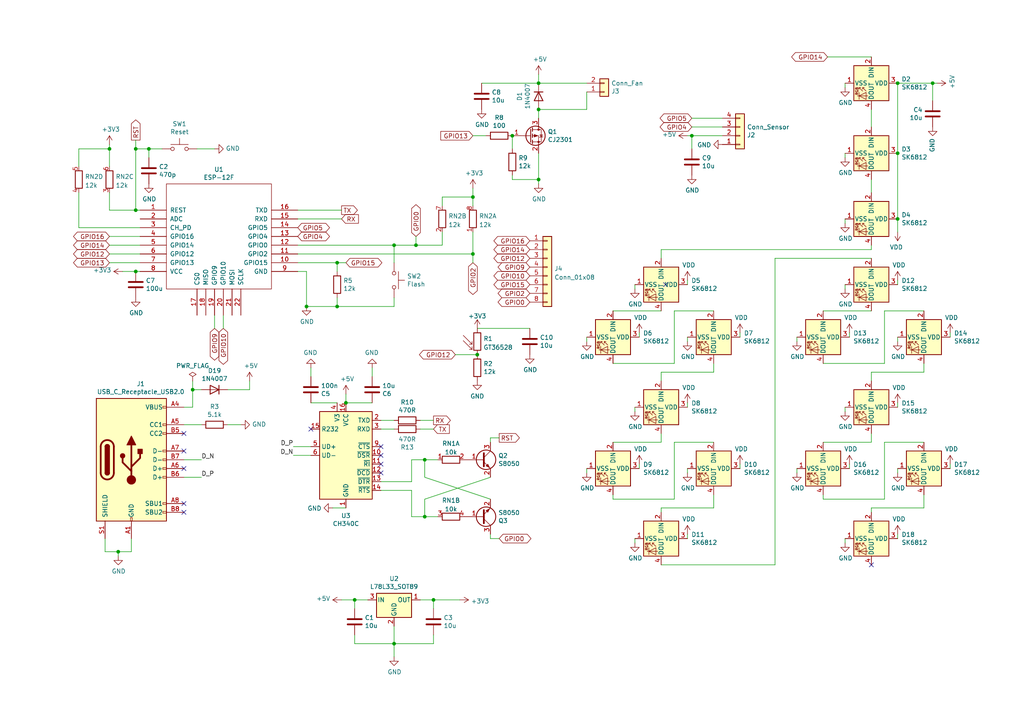
<source format=kicad_sch>
(kicad_sch (version 20211123) (generator eeschema)
  (paper "A4")
  (title_block (title "ESPriktning"))
  (junction (at 137.16 73.66))
  (junction (at 39.37 78.74))
  (junction (at 114.3 186.69))
  (junction (at 43.18 43.18))
  (junction (at 260.35 63.5))
  (junction (at 156.21 52.07))
  (junction (at 137.16 57.15))
  (junction (at 270.51 24.13))
  (junction (at 260.35 24.13))
  (junction (at 39.37 60.96))
  (junction (at 156.21 24.13))
  (junction (at 97.79 76.2))
  (junction (at 125.73 173.99))
  (junction (at 260.35 44.45))
  (junction (at 100.33 116.84))
  (junction (at 39.37 43.18))
  (junction (at 34.29 160.02))
  (junction (at 120.65 71.12))
  (junction (at 148.59 39.37))
  (junction (at 31.75 43.18))
  (junction (at 123.19 149.86))
  (junction (at 114.3 71.12))
  (junction (at 200.66 39.37))
  (junction (at 97.79 88.9))
  (junction (at 156.21 31.75))
  (junction (at 88.9 88.9))
  (junction (at 123.19 133.35))
  (junction (at 138.43 102.87))
  (junction (at 102.87 173.99))
  (junction (at 55.88 113.03))
  (no_connect (at 110.49 132.08))
  (no_connect (at 53.34 125.73))
  (no_connect (at 53.34 148.59))
  (no_connect (at 252.73 163.83))
  (no_connect (at 110.49 129.54))
  (no_connect (at 110.49 134.62))
  (no_connect (at 90.17 124.46))
  (no_connect (at 53.34 130.81))
  (no_connect (at 53.34 135.89))
  (no_connect (at 193.04 82.55))
  (no_connect (at 110.49 137.16))
  (no_connect (at 53.34 146.05))
  (wire (pts (xy 86.36 71.12) (xy 114.3 71.12)))
  (wire (pts (xy 114.3 76.2) (xy 114.3 71.12)))
  (wire (pts (xy 195.58 90.17) (xy 207.01 90.17)))
  (wire (pts (xy 148.59 50.8) (xy 148.59 52.07)))
  (wire (pts (xy 214.63 97.79) (xy 214.63 96.52)))
  (wire (pts (xy 114.3 88.9) (xy 97.79 88.9)))
  (wire (pts (xy 119.38 133.35) (xy 123.19 133.35)))
  (wire (pts (xy 214.63 135.89) (xy 214.63 134.62)))
  (wire (pts (xy 97.79 76.2) (xy 100.33 76.2)))
  (wire (pts (xy 200.66 34.29) (xy 209.55 34.29)))
  (wire (pts (xy 156.21 44.45) (xy 156.21 52.07)))
  (wire (pts (xy 252.73 147.32) (xy 252.73 148.59)))
  (wire (pts (xy 191.77 107.95) (xy 191.77 110.49)))
  (wire (pts (xy 191.77 125.73) (xy 191.77 128.27)))
  (wire (pts (xy 53.34 133.35) (xy 58.42 133.35)))
  (wire (pts (xy 170.18 31.75) (xy 156.21 31.75)))
  (wire (pts (xy 137.16 73.66) (xy 137.16 76.2)))
  (wire (pts (xy 40.64 68.58) (xy 31.75 68.58)))
  (wire (pts (xy 85.09 129.54) (xy 90.17 129.54)))
  (wire (pts (xy 119.38 149.86) (xy 123.19 149.86)))
  (wire (pts (xy 132.08 102.87) (xy 138.43 102.87)))
  (wire (pts (xy 170.18 26.67) (xy 170.18 31.75)))
  (wire (pts (xy 107.95 116.84) (xy 100.33 116.84)))
  (wire (pts (xy 252.73 72.39) (xy 191.77 72.39)))
  (wire (pts (xy 97.79 116.84) (xy 90.17 116.84)))
  (wire (pts (xy 224.79 163.83) (xy 224.79 74.93)))
  (wire (pts (xy 121.92 173.99) (xy 125.73 173.99)))
  (wire (pts (xy 40.64 76.2) (xy 31.75 76.2)))
  (wire (pts (xy 144.78 156.21) (xy 142.24 156.21)))
  (wire (pts (xy 200.66 43.18) (xy 200.66 39.37)))
  (wire (pts (xy 30.48 156.21) (xy 30.48 160.02)))
  (wire (pts (xy 170.18 97.79) (xy 170.18 99.06)))
  (wire (pts (xy 207.01 143.51) (xy 207.01 147.32)))
  (wire (pts (xy 100.33 147.32) (xy 96.52 147.32)))
  (wire (pts (xy 114.3 181.61) (xy 114.3 186.69)))
  (wire (pts (xy 86.36 78.74) (xy 88.9 78.74)))
  (wire (pts (xy 34.29 160.02) (xy 38.1 160.02)))
  (wire (pts (xy 137.16 57.15) (xy 137.16 59.69)))
  (wire (pts (xy 200.66 36.83) (xy 209.55 36.83)))
  (wire (pts (xy 231.14 97.79) (xy 231.14 99.06)))
  (wire (pts (xy 200.66 39.37) (xy 199.39 39.37)))
  (wire (pts (xy 128.27 57.15) (xy 137.16 57.15)))
  (wire (pts (xy 125.73 186.69) (xy 114.3 186.69)))
  (wire (pts (xy 43.18 45.72) (xy 43.18 43.18)))
  (wire (pts (xy 43.18 43.18) (xy 46.99 43.18)))
  (wire (pts (xy 31.75 43.18) (xy 22.86 43.18)))
  (wire (pts (xy 238.76 144.78) (xy 256.54 144.78)))
  (wire (pts (xy 40.64 73.66) (xy 31.75 73.66)))
  (wire (pts (xy 125.73 121.92) (xy 121.92 121.92)))
  (wire (pts (xy 31.75 60.96) (xy 39.37 60.96)))
  (wire (pts (xy 114.3 124.46) (xy 110.49 124.46)))
  (wire (pts (xy 86.36 60.96) (xy 99.06 60.96)))
  (wire (pts (xy 66.04 113.03) (xy 72.39 113.03)))
  (wire (pts (xy 39.37 43.18) (xy 43.18 43.18)))
  (wire (pts (xy 30.48 160.02) (xy 34.29 160.02)))
  (wire (pts (xy 39.37 43.18) (xy 39.37 40.64)))
  (wire (pts (xy 185.42 97.79) (xy 185.42 96.52)))
  (wire (pts (xy 114.3 186.69) (xy 102.87 186.69)))
  (wire (pts (xy 156.21 24.13) (xy 170.18 24.13)))
  (wire (pts (xy 267.97 105.41) (xy 267.97 107.95)))
  (wire (pts (xy 238.76 105.41) (xy 256.54 105.41)))
  (wire (pts (xy 99.06 173.99) (xy 102.87 173.99)))
  (wire (pts (xy 97.79 86.36) (xy 97.79 88.9)))
  (wire (pts (xy 195.58 144.78) (xy 195.58 128.27)))
  (wire (pts (xy 170.18 137.16) (xy 170.18 135.89)))
  (wire (pts (xy 245.11 83.82) (xy 245.11 82.55)))
  (wire (pts (xy 260.35 82.55) (xy 260.35 81.28)))
  (wire (pts (xy 125.73 184.15) (xy 125.73 186.69)))
  (wire (pts (xy 199.39 97.79) (xy 199.39 99.06)))
  (wire (pts (xy 245.11 45.72) (xy 245.11 44.45)))
  (wire (pts (xy 88.9 78.74) (xy 88.9 88.9)))
  (wire (pts (xy 114.3 71.12) (xy 120.65 71.12)))
  (wire (pts (xy 195.58 144.78) (xy 177.8 144.78)))
  (wire (pts (xy 31.75 55.88) (xy 31.75 60.96)))
  (wire (pts (xy 110.49 142.24) (xy 119.38 142.24)))
  (wire (pts (xy 58.42 123.19) (xy 53.34 123.19)))
  (wire (pts (xy 256.54 128.27) (xy 267.97 128.27)))
  (wire (pts (xy 125.73 173.99) (xy 125.73 176.53)))
  (wire (pts (xy 156.21 34.29) (xy 156.21 31.75)))
  (wire (pts (xy 195.58 105.41) (xy 195.58 90.17)))
  (wire (pts (xy 137.16 67.31) (xy 137.16 73.66)))
  (wire (pts (xy 55.88 113.03) (xy 55.88 118.11)))
  (wire (pts (xy 191.77 163.83) (xy 224.79 163.83)))
  (wire (pts (xy 246.38 97.79) (xy 246.38 96.52)))
  (wire (pts (xy 260.35 24.13) (xy 260.35 44.45)))
  (wire (pts (xy 128.27 67.31) (xy 128.27 71.12)))
  (wire (pts (xy 64.77 95.25) (xy 64.77 91.44)))
  (wire (pts (xy 252.73 71.12) (xy 252.73 72.39)))
  (wire (pts (xy 114.3 121.92) (xy 110.49 121.92)))
  (wire (pts (xy 252.73 125.73) (xy 252.73 128.27)))
  (wire (pts (xy 256.54 144.78) (xy 256.54 128.27)))
  (wire (pts (xy 245.11 64.77) (xy 245.11 63.5)))
  (wire (pts (xy 177.8 143.51) (xy 177.8 144.78)))
  (wire (pts (xy 252.73 55.88) (xy 252.73 52.07)))
  (wire (pts (xy 191.77 90.17) (xy 177.8 90.17)))
  (wire (pts (xy 260.35 137.16) (xy 260.35 135.89)))
  (wire (pts (xy 85.09 132.08) (xy 90.17 132.08)))
  (wire (pts (xy 224.79 74.93) (xy 252.73 74.93)))
  (wire (pts (xy 100.33 116.84) (xy 100.33 114.3)))
  (wire (pts (xy 275.59 97.79) (xy 275.59 96.52)))
  (wire (pts (xy 142.24 128.27) (xy 142.24 127)))
  (wire (pts (xy 128.27 57.15) (xy 128.27 59.69)))
  (wire (pts (xy 53.34 138.43) (xy 58.42 138.43)))
  (wire (pts (xy 209.55 39.37) (xy 200.66 39.37)))
  (wire (pts (xy 39.37 43.18) (xy 39.37 60.96)))
  (wire (pts (xy 53.34 118.11) (xy 55.88 118.11)))
  (wire (pts (xy 102.87 173.99) (xy 102.87 176.53)))
  (wire (pts (xy 240.03 16.51) (xy 252.73 16.51)))
  (wire (pts (xy 142.24 127) (xy 144.78 127)))
  (wire (pts (xy 62.23 95.25) (xy 62.23 91.44)))
  (wire (pts (xy 156.21 24.13) (xy 156.21 21.59)))
  (wire (pts (xy 31.75 43.18) (xy 31.75 48.26)))
  (wire (pts (xy 267.97 143.51) (xy 267.97 147.32)))
  (wire (pts (xy 38.1 160.02) (xy 38.1 156.21)))
  (wire (pts (xy 123.19 149.86) (xy 123.19 144.78)))
  (wire (pts (xy 184.15 157.48) (xy 184.15 156.21)))
  (wire (pts (xy 185.42 135.89) (xy 185.42 134.62)))
  (wire (pts (xy 252.73 128.27) (xy 238.76 128.27)))
  (wire (pts (xy 22.86 43.18) (xy 22.86 48.26)))
  (wire (pts (xy 246.38 135.89) (xy 246.38 134.62)))
  (wire (pts (xy 184.15 83.82) (xy 184.15 82.55)))
  (wire (pts (xy 207.01 107.95) (xy 191.77 107.95)))
  (wire (pts (xy 123.19 138.43) (xy 123.19 133.35)))
  (wire (pts (xy 62.23 43.18) (xy 57.15 43.18)))
  (wire (pts (xy 72.39 113.03) (xy 72.39 110.49)))
  (wire (pts (xy 31.75 41.91) (xy 31.75 43.18)))
  (wire (pts (xy 39.37 60.96) (xy 40.64 60.96)))
  (wire (pts (xy 142.24 144.78) (xy 123.19 138.43)))
  (wire (pts (xy 252.73 90.17) (xy 238.76 90.17)))
  (wire (pts (xy 58.42 113.03) (xy 55.88 113.03)))
  (wire (pts (xy 245.11 25.4) (xy 245.11 24.13)))
  (wire (pts (xy 184.15 119.38) (xy 184.15 118.11)))
  (wire (pts (xy 123.19 144.78) (xy 142.24 138.43)))
  (wire (pts (xy 207.01 105.41) (xy 207.01 107.95)))
  (wire (pts (xy 138.43 95.25) (xy 153.67 95.25)))
  (wire (pts (xy 260.35 156.21) (xy 260.35 154.94)))
  (wire (pts (xy 114.3 88.9) (xy 114.3 86.36)))
  (wire (pts (xy 260.35 24.13) (xy 270.51 24.13)))
  (wire (pts (xy 275.59 135.89) (xy 275.59 134.62)))
  (wire (pts (xy 119.38 142.24) (xy 119.38 149.86)))
  (wire (pts (xy 86.36 76.2) (xy 97.79 76.2)))
  (wire (pts (xy 55.88 110.49) (xy 55.88 113.03)))
  (wire (pts (xy 34.29 161.29) (xy 34.29 160.02)))
  (wire (pts (xy 156.21 24.13) (xy 139.7 24.13)))
  (wire (pts (xy 199.39 82.55) (xy 199.39 81.28)))
  (wire (pts (xy 156.21 52.07) (xy 156.21 53.34)))
  (wire (pts (xy 40.64 71.12) (xy 31.75 71.12)))
  (wire (pts (xy 102.87 184.15) (xy 102.87 186.69)))
  (wire (pts (xy 120.65 71.12) (xy 128.27 71.12)))
  (wire (pts (xy 148.59 43.18) (xy 148.59 39.37)))
  (wire (pts (xy 256.54 90.17) (xy 267.97 90.17)))
  (wire (pts (xy 191.77 128.27) (xy 177.8 128.27)))
  (wire (pts (xy 195.58 128.27) (xy 207.01 128.27)))
  (wire (pts (xy 260.35 44.45) (xy 260.35 63.5)))
  (wire (pts (xy 120.65 68.58) (xy 120.65 71.12)))
  (wire (pts (xy 260.35 118.11) (xy 260.35 116.84)))
  (wire (pts (xy 22.86 66.04) (xy 40.64 66.04)))
  (wire (pts (xy 199.39 137.16) (xy 199.39 135.89)))
  (wire (pts (xy 22.86 55.88) (xy 22.86 66.04)))
  (wire (pts (xy 107.95 109.22) (xy 107.95 106.68)))
  (wire (pts (xy 252.73 107.95) (xy 252.73 110.49)))
  (wire (pts (xy 133.35 173.99) (xy 125.73 173.99)))
  (wire (pts (xy 35.56 78.74) (xy 39.37 78.74)))
  (wire (pts (xy 199.39 118.11) (xy 199.39 116.84)))
  (wire (pts (xy 199.39 156.21) (xy 199.39 154.94)))
  (wire (pts (xy 137.16 57.15) (xy 137.16 54.61)))
  (wire (pts (xy 39.37 78.74) (xy 40.64 78.74)))
  (wire (pts (xy 148.59 52.07) (xy 156.21 52.07)))
  (wire (pts (xy 125.73 124.46) (xy 121.92 124.46)))
  (wire (pts (xy 191.77 147.32) (xy 191.77 148.59)))
  (wire (pts (xy 270.51 24.13) (xy 271.78 24.13)))
  (wire (pts (xy 256.54 105.41) (xy 256.54 90.17)))
  (wire (pts (xy 86.36 73.66) (xy 137.16 73.66)))
  (wire (pts (xy 267.97 107.95) (xy 252.73 107.95)))
  (wire (pts (xy 114.3 190.5) (xy 114.3 186.69)))
  (wire (pts (xy 86.36 63.5) (xy 99.06 63.5)))
  (wire (pts (xy 97.79 88.9) (xy 88.9 88.9)))
  (wire (pts (xy 267.97 147.32) (xy 252.73 147.32)))
  (wire (pts (xy 142.24 156.21) (xy 142.24 154.94)))
  (wire (pts (xy 123.19 149.86) (xy 127 149.86)))
  (wire (pts (xy 123.19 133.35) (xy 127 133.35)))
  (wire (pts (xy 110.49 139.7) (xy 119.38 139.7)))
  (wire (pts (xy 245.11 119.38) (xy 245.11 118.11)))
  (wire (pts (xy 66.04 123.19) (xy 69.85 123.19)))
  (wire (pts (xy 191.77 72.39) (xy 191.77 74.93)))
  (wire (pts (xy 177.8 105.41) (xy 195.58 105.41)))
  (wire (pts (xy 102.87 173.99) (xy 106.68 173.99)))
  (wire (pts (xy 207.01 147.32) (xy 191.77 147.32)))
  (wire (pts (xy 252.73 36.83) (xy 252.73 31.75)))
  (wire (pts (xy 231.14 137.16) (xy 231.14 135.89)))
  (wire (pts (xy 245.11 157.48) (xy 245.11 156.21)))
  (wire (pts (xy 238.76 143.51) (xy 238.76 144.78)))
  (wire (pts (xy 260.35 63.5) (xy 260.35 67.31)))
  (wire (pts (xy 260.35 97.79) (xy 260.35 99.06)))
  (wire (pts (xy 119.38 139.7) (xy 119.38 133.35)))
  (wire (pts (xy 270.51 29.21) (xy 270.51 24.13)))
  (wire (pts (xy 97.79 76.2) (xy 97.79 78.74)))
  (wire (pts (xy 137.16 39.37) (xy 140.97 39.37)))
  (wire (pts (xy 90.17 109.22) (xy 90.17 106.68)))
  (label "D_P" (at 85.09 129.54 180))
  (label "D_N" (at 58.42 133.35 0))
  (label "D_N" (at 85.09 132.08 180))
  (label "D_P" (at 58.42 138.43 0))
  (global_label "GPIO16" (shape bidirectional) (at 153.67 69.85 180) (property "Intersheet References" "${INTERSHEET_REFS}" (effects hide)))
  (global_label "RST" (shape output) (at 144.78 127 0) (property "Intersheet References" "${INTERSHEET_REFS}" (effects hide)))
  (global_label "GPIO10" (shape bidirectional) (at 64.77 95.25 270) (property "Intersheet References" "${INTERSHEET_REFS}" (effects hide)))
  (global_label "GPIO16" (shape bidirectional) (at 31.75 68.58 180) (property "Intersheet References" "${INTERSHEET_REFS}" (effects hide)))
  (global_label "GPIO15" (shape bidirectional) (at 100.33 76.2 0) (property "Intersheet References" "${INTERSHEET_REFS}" (effects hide)))
  (global_label "GPIO0" (shape bidirectional) (at 120.65 68.58 90) (property "Intersheet References" "${INTERSHEET_REFS}" (effects hide)))
  (global_label "GPIO10" (shape bidirectional) (at 153.67 80.01 180) (property "Intersheet References" "${INTERSHEET_REFS}" (effects hide)))
  (global_label "GPIO14" (shape bidirectional) (at 240.03 16.51 180) (property "Intersheet References" "${INTERSHEET_REFS}" (effects hide)))
  (global_label "GPIO4" (shape bidirectional) (at 86.36 68.58 0) (property "Intersheet References" "${INTERSHEET_REFS}" (effects hide)))
  (global_label "GPIO13" (shape input) (at 137.16 39.37 180) (property "Intersheet References" "${INTERSHEET_REFS}" (effects hide)))
  (global_label "GPIO12" (shape bidirectional) (at 153.67 74.93 180) (property "Intersheet References" "${INTERSHEET_REFS}" (effects hide)))
  (global_label "GPIO15" (shape bidirectional) (at 153.67 82.55 180) (property "Intersheet References" "${INTERSHEET_REFS}" (effects hide)))
  (global_label "GPIO5" (shape bidirectional) (at 200.66 34.29 180) (property "Intersheet References" "${INTERSHEET_REFS}" (effects hide)))
  (global_label "GPIO14" (shape bidirectional) (at 31.75 71.12 180) (property "Intersheet References" "${INTERSHEET_REFS}" (effects hide)))
  (global_label "GPIO14" (shape bidirectional) (at 153.67 72.39 180) (property "Intersheet References" "${INTERSHEET_REFS}" (effects hide)))
  (global_label "RX" (shape output) (at 125.73 121.92 0) (property "Intersheet References" "${INTERSHEET_REFS}" (effects hide)))
  (global_label "RST" (shape output) (at 39.37 40.64 90) (property "Intersheet References" "${INTERSHEET_REFS}" (effects hide)))
  (global_label "GPIO0" (shape bidirectional) (at 153.67 87.63 180) (property "Intersheet References" "${INTERSHEET_REFS}" (effects hide)))
  (global_label "TX" (shape input) (at 125.73 124.46 0) (property "Intersheet References" "${INTERSHEET_REFS}" (effects hide)))
  (global_label "TX" (shape output) (at 99.06 60.96 0) (property "Intersheet References" "${INTERSHEET_REFS}" (effects hide)))
  (global_label "GPIO0" (shape bidirectional) (at 144.78 156.21 0) (property "Intersheet References" "${INTERSHEET_REFS}" (effects hide)))
  (global_label "GPIO5" (shape bidirectional) (at 86.36 66.04 0) (property "Intersheet References" "${INTERSHEET_REFS}" (effects hide)))
  (global_label "GPIO2" (shape bidirectional) (at 153.67 85.09 180) (property "Intersheet References" "${INTERSHEET_REFS}" (effects hide)))
  (global_label "GPIO4" (shape bidirectional) (at 200.66 36.83 180) (property "Intersheet References" "${INTERSHEET_REFS}" (effects hide)))
  (global_label "GPIO9" (shape bidirectional) (at 62.23 95.25 270) (property "Intersheet References" "${INTERSHEET_REFS}" (effects hide)))
  (global_label "GPIO13" (shape bidirectional) (at 31.75 76.2 180) (property "Intersheet References" "${INTERSHEET_REFS}" (effects hide)))
  (global_label "GPIO12" (shape bidirectional) (at 31.75 73.66 180) (property "Intersheet References" "${INTERSHEET_REFS}" (effects hide)))
  (global_label "GPIO2" (shape bidirectional) (at 137.16 76.2 270) (property "Intersheet References" "${INTERSHEET_REFS}" (effects hide)))
  (global_label "GPIO12" (shape bidirectional) (at 132.08 102.87 180) (property "Intersheet References" "${INTERSHEET_REFS}" (effects hide)))
  (global_label "RX" (shape input) (at 99.06 63.5 0) (property "Intersheet References" "${INTERSHEET_REFS}" (effects hide)))
  (global_label "GPIO9" (shape bidirectional) (at 153.67 77.47 180) (property "Intersheet References" "${INTERSHEET_REFS}" (effects hide)))
  (symbol (lib_id "ESP8266:ESP-12F") (at 63.5 68.58 0) (unit 1)
    (property "Reference" "U1" (at 63.5 49.149 0))
    (property "Value" "ESP-12F" (at 63.5 51.4604 0))
    (property "Footprint" "ESP8266:ESP-12E_SMD" (effects hide))
    (property "LCSC" "C82891" (effects hide))
  )
  (symbol (lib_id "power:GND") (at 88.9 88.9 0) (unit 1)
    (property "Reference" "#PWR08" (effects hide))
    (property "Value" "GND" (at 89.027 93.2942 0))
  )
  (symbol (lib_id "Regulator_Linear:L78L33_SOT89") (at 114.3 173.99 0) (unit 1)
    (property "Reference" "U2" (at 114.3 167.8432 0))
    (property "Value" "L78L33_SOT89" (at 114.3 170.1546 0))
    (property "Footprint" "Package_TO_SOT_SMD:SOT-89-3" (effects hide))
    (property "Datasheet" "http://www.st.com/content/ccc/resource/technical/document/datasheet/15/55/e5/aa/23/5b/43/fd/CD00000446.pdf/files/CD00000446.pdf/jcr:content/translations/en.CD00000446.pdf" (effects hide))
  )
  (symbol (lib_id "power:+5V") (at 99.06 173.99 90) (unit 1)
    (property "Reference" "#PWR09" (effects hide))
    (property "Value" "+5V" (at 95.8088 173.609 90) (effects (justify left)))
  )
  (symbol (lib_id "power:GND") (at 114.3 190.5 0) (unit 1)
    (property "Reference" "#PWR012" (effects hide))
    (property "Value" "GND" (at 114.427 194.8942 0))
  )
  (symbol (lib_id "Device:Q_PMOS_GSD") (at 153.67 39.37 0) (unit 1)
    (property "Reference" "Q1" (at 158.877 38.2016 0) (effects (justify left)))
    (property "Value" "CJ2301" (at 158.877 40.513 0) (effects (justify left)))
    (property "Footprint" "Package_TO_SOT_SMD:SOT-23" (effects hide))
    (property "LCSC" "C8547" (effects hide))
  )
  (symbol (lib_id "Device:R") (at 144.78 39.37 270) (unit 1)
    (property "Reference" "R8" (at 144.78 34.1122 90))
    (property "Value" "100" (at 144.78 36.4236 90))
    (property "Footprint" "Resistor_SMD:R_0603_1608Metric" (effects hide))
    (property "LCSC" "C86983" (effects hide))
  )
  (symbol (lib_id "Device:R") (at 148.59 46.99 0) (unit 1)
    (property "Reference" "R9" (at 150.368 45.8216 0) (effects (justify left)))
    (property "Value" "12k" (at 150.368 48.133 0) (effects (justify left)))
    (property "Footprint" "Resistor_SMD:R_0603_1608Metric" (effects hide))
    (property "LCSC" "C98220" (effects hide))
  )
  (symbol (lib_id "power:GND") (at 156.21 53.34 0) (unit 1)
    (property "Reference" "#PWR016" (effects hide))
    (property "Value" "GND" (at 156.337 57.7342 0))
  )
  (symbol (lib_id "power:+5V") (at 156.21 21.59 0) (unit 1)
    (property "Reference" "#PWR015" (effects hide))
    (property "Value" "+5V" (at 156.591 17.1958 0))
  )
  (symbol (lib_id "Connector_Generic:Conn_01x02") (at 175.26 26.67 0) (mirror x) (unit 1)
    (property "Reference" "J3" (at 177.292 26.4668 0) (effects (justify left)))
    (property "Value" "Conn_Fan" (at 177.292 24.1554 0) (effects (justify left)))
    (property "Footprint" "Connector_Molex:Molex_PicoBlade_53398-0271_1x02-1MP_P1.25mm_Vertical" (effects hide))
    (property "LCSC" "C122410" (effects hide))
  )
  (symbol (lib_id "Device:R") (at 97.79 82.55 0) (unit 1)
    (property "Reference" "R5" (at 99.568 81.3816 0) (effects (justify left)))
    (property "Value" "12k" (at 99.568 83.693 0) (effects (justify left)))
    (property "Footprint" "Resistor_SMD:R_0603_1608Metric" (effects hide))
    (property "LCSC" "C98220" (effects hide))
  )
  (symbol (lib_id "power:GND") (at 270.51 36.83 0) (mirror y) (unit 1)
    (property "Reference" "#PWR047" (effects hide))
    (property "Value" "GND" (at 270.383 40.0812 90) (effects (justify right)))
  )
  (symbol (lib_id "Switch:SW_Push") (at 114.3 81.28 270) (unit 1)
    (property "Reference" "SW2" (at 118.0592 80.1116 90) (effects (justify left)))
    (property "Value" "Flash" (at 118.0592 82.423 90) (effects (justify left)))
    (property "Footprint" "Connector_PinHeader_1.00mm:PinHeader_1x02_P1.00mm_Vertical" (effects hide))
  )
  (symbol (lib_id "Switch:SW_Push") (at 52.07 43.18 0) (unit 1)
    (property "Reference" "SW1" (at 52.07 35.941 0))
    (property "Value" "Reset" (at 52.07 38.2524 0))
    (property "Footprint" "Connector_PinHeader_1.00mm:PinHeader_1x02_P1.00mm_Vertical" (effects hide))
  )
  (symbol (lib_id "Device:C") (at 43.18 49.53 0) (unit 1)
    (property "Reference" "C2" (at 46.101 48.3616 0) (effects (justify left)))
    (property "Value" "470p" (at 46.101 50.673 0) (effects (justify left)))
    (property "Footprint" "Capacitor_SMD:C_0603_1608Metric" (effects hide))
    (property "LCSC" "C123573" (effects hide))
  )
  (symbol (lib_id "power:GND") (at 43.18 53.34 0) (unit 1)
    (property "Reference" "#PWR04" (effects hide))
    (property "Value" "GND" (at 43.307 57.7342 0))
  )
  (symbol (lib_id "Connector:USB_C_Receptacle_USB2.0") (at 38.1 133.35 0) (unit 1)
    (property "Reference" "J1" (at 40.8178 111.3282 0))
    (property "Value" "USB_C_Receptacle_USB2.0" (at 40.8178 113.6396 0))
    (property "Footprint" "espriktning:usb-c-vertical-8" (effects hide))
    (property "Datasheet" "https://www.usb.org/sites/default/files/documents/usb_type-c.zip" (effects hide))
    (property "LCSC" "C2908199" (effects hide))
  )
  (symbol (lib_id "power:+5V") (at 271.78 24.13 270) (mirror x) (unit 1)
    (property "Reference" "#PWR050" (effects hide))
    (property "Value" "+5V" (at 276.1742 23.749 0))
  )
  (symbol (lib_id "power:GND") (at 34.29 161.29 0) (unit 1)
    (property "Reference" "#PWR02" (effects hide))
    (property "Value" "GND" (at 34.417 165.6842 0))
  )
  (symbol (lib_id "Device:R") (at 62.23 123.19 270) (unit 1)
    (property "Reference" "R3" (at 62.23 117.9322 90))
    (property "Value" "5.1k" (at 62.23 120.2436 90))
    (property "Footprint" "Resistor_SMD:R_0603_1608Metric" (effects hide))
    (property "LCSC" "C156350" (effects hide))
  )
  (symbol (lib_id "power:GND") (at 69.85 123.19 90) (unit 1)
    (property "Reference" "#PWR07" (effects hide))
    (property "Value" "GND" (at 73.1012 123.063 90) (effects (justify right)))
  )
  (symbol (lib_id "power:+5V") (at 72.39 110.49 0) (unit 1)
    (property "Reference" "#PWR05" (effects hide))
    (property "Value" "+5V" (at 72.771 106.0958 0))
  )
  (symbol (lib_id "power:PWR_FLAG") (at 55.88 110.49 0) (unit 1)
    (property "Reference" "#FLG01" (effects hide))
    (property "Value" "PWR_FLAG" (at 55.88 106.0958 0))
  )
  (symbol (lib_id "Device:C") (at 270.51 33.02 0) (mirror y) (unit 1)
    (property "Reference" "C4" (at 267.589 31.8516 0) (effects (justify left)))
    (property "Value" "10u" (at 267.589 34.163 0) (effects (justify left)))
    (property "Footprint" "Capacitor_SMD:C_1206_3216Metric" (effects hide))
    (property "LCSC" "C9807" (effects hide))
  )
  (symbol (lib_id "Connector_Generic:Conn_01x04") (at 214.63 39.37 0) (mirror x) (unit 1)
    (property "Reference" "J2" (at 216.662 39.1668 0) (effects (justify left)))
    (property "Value" "Conn_Sensor" (at 216.662 36.8554 0) (effects (justify left)))
    (property "Footprint" "Connector_Molex:Molex_PicoBlade_53398-0471_1x04-1MP_P1.25mm_Vertical" (effects hide))
    (property "LCSC" "C234195" (effects hide))
  )
  (symbol (lib_id "power:+5V") (at 199.39 39.37 90) (unit 1)
    (property "Reference" "#PWR010" (effects hide))
    (property "Value" "+5V" (at 196.1388 38.989 90) (effects (justify left)))
  )
  (symbol (lib_id "power:GND") (at 62.23 43.18 90) (unit 1)
    (property "Reference" "#PWR06" (effects hide))
    (property "Value" "GND" (at 65.4812 43.053 90) (effects (justify right)))
  )
  (symbol (lib_id "power:GND") (at 209.55 41.91 270) (unit 1)
    (property "Reference" "#PWR011" (effects hide))
    (property "Value" "GND" (at 206.2988 42.037 90) (effects (justify right)))
  )
  (symbol (lib_id "LED:SK6812") (at 252.73 63.5 270) (unit 1)
    (property "Reference" "D4" (at 261.4676 62.3316 90) (effects (justify left)))
    (property "Value" "SK6812" (at 261.4676 64.643 90) (effects (justify left)))
    (property "Footprint" "espriktning:SK6812D-EC3210R" (effects hide))
    (property "Datasheet" "https://cdn-shop.adafruit.com/product-files/1138/SK6812+LED+datasheet+.pdf" (effects hide))
    (property "LCSC" "C2890041" (effects hide))
  )
  (symbol (lib_id "power:GND") (at 245.11 25.4 0) (unit 1)
    (property "Reference" "#PWR033" (effects hide))
    (property "Value" "GND" (at 245.237 29.7942 0))
  )
  (symbol (lib_id "power:GND") (at 245.11 45.72 0) (unit 1)
    (property "Reference" "#PWR034" (effects hide))
    (property "Value" "GND" (at 245.237 50.1142 0))
  )
  (symbol (lib_id "Device:C") (at 125.73 180.34 0) (unit 1)
    (property "Reference" "C3" (at 128.651 179.1716 0) (effects (justify left)))
    (property "Value" "10u" (at 128.651 181.483 0) (effects (justify left)))
    (property "Footprint" "Capacitor_SMD:C_1206_3216Metric" (effects hide))
    (property "LCSC" "C9807" (effects hide))
  )
  (symbol (lib_id "power:GND") (at 245.11 64.77 0) (unit 1)
    (property "Reference" "#PWR035" (effects hide))
    (property "Value" "GND" (at 245.237 69.1642 0))
  )
  (symbol (lib_id "power:GND") (at 96.52 147.32 270) (unit 1)
    (property "Reference" "#PWR0101" (effects hide))
    (property "Value" "GND" (at 93.2688 147.447 90) (effects (justify right)))
  )
  (symbol (lib_id "Device:R") (at 118.11 121.92 270) (unit 1)
    (property "Reference" "R10" (at 118.11 116.6622 90))
    (property "Value" "470R" (at 118.11 118.9736 90))
    (property "Footprint" "Resistor_SMD:R_0603_1608Metric" (effects hide))
    (property "LCSC" "C116694" (effects hide))
  )
  (symbol (lib_id "power:VDD") (at 260.35 67.31 180) (unit 1)
    (property "Reference" "#PWR041" (effects hide))
    (property "Value" "VDD" (at 259.969 71.7042 0))
  )
  (symbol (lib_id "power:VDD") (at 199.39 81.28 0) (unit 1)
    (property "Reference" "#PWR024" (effects hide))
    (property "Value" "VDD" (at 199.771 76.8858 0))
  )
  (symbol (lib_id "power:VDD") (at 185.42 96.52 0) (unit 1)
    (property "Reference" "#PWR023" (effects hide))
    (property "Value" "VDD" (at 185.801 92.1258 0))
  )
  (symbol (lib_id "power:GND") (at 184.15 83.82 0) (unit 1)
    (property "Reference" "#PWR019" (effects hide))
    (property "Value" "GND" (at 184.277 88.2142 0))
  )
  (symbol (lib_id "Device:C") (at 107.95 113.03 0) (mirror x) (unit 1)
    (property "Reference" "C6" (at 110.871 114.1984 0) (effects (justify left)))
    (property "Value" "10u" (at 110.871 111.887 0) (effects (justify left)))
    (property "Footprint" "Capacitor_SMD:C_1206_3216Metric" (effects hide))
    (property "LCSC" "C9807" (effects hide))
  )
  (symbol (lib_id "power:GND") (at 107.95 106.68 180) (unit 1)
    (property "Reference" "#PWR0102" (effects hide))
    (property "Value" "GND" (at 107.823 102.2858 0))
  )
  (symbol (lib_id "power:GND") (at 199.39 99.06 0) (unit 1)
    (property "Reference" "#PWR025" (effects hide))
    (property "Value" "GND" (at 199.517 103.4542 0))
  )
  (symbol (lib_id "power:GND") (at 170.18 99.06 0) (unit 1)
    (property "Reference" "#PWR018" (effects hide))
    (property "Value" "GND" (at 170.307 103.4542 0))
  )
  (symbol (lib_id "LED:SK6812") (at 252.73 44.45 270) (unit 1)
    (property "Reference" "D3" (at 261.4676 43.2816 90) (effects (justify left)))
    (property "Value" "SK6812" (at 261.4676 45.593 90) (effects (justify left)))
    (property "Footprint" "espriktning:SK6812D-EC3210R" (effects hide))
    (property "Datasheet" "https://cdn-shop.adafruit.com/product-files/1138/SK6812+LED+datasheet+.pdf" (effects hide))
    (property "LCSC" "C2890041" (effects hide))
  )
  (symbol (lib_id "Device:C") (at 39.37 82.55 0) (unit 1)
    (property "Reference" "C7" (at 42.291 81.3816 0) (effects (justify left)))
    (property "Value" "100u" (at 42.291 83.693 0) (effects (justify left)))
    (property "Footprint" "Capacitor_SMD:C_0805_2012Metric" (effects hide))
    (property "LCSC" "C141660" (effects hide))
  )
  (symbol (lib_id "power:GND") (at 184.15 119.38 0) (unit 1)
    (property "Reference" "#PWR020" (effects hide))
    (property "Value" "GND" (at 184.277 123.7742 0))
  )
  (symbol (lib_id "power:VDD") (at 214.63 96.52 0) (unit 1)
    (property "Reference" "#PWR029" (effects hide))
    (property "Value" "VDD" (at 215.011 92.1258 0))
  )
  (symbol (lib_id "Device:R") (at 118.11 124.46 270) (mirror x) (unit 1)
    (property "Reference" "R13" (at 118.11 129.7178 90))
    (property "Value" "470R" (at 118.11 127.4064 90))
    (property "Footprint" "Resistor_SMD:R_0603_1608Metric" (effects hide))
    (property "LCSC" "C116694" (effects hide))
  )
  (symbol (lib_id "power:GND") (at 170.18 137.16 0) (unit 1)
    (property "Reference" "#PWR017" (effects hide))
    (property "Value" "GND" (at 170.307 141.5542 0))
  )
  (symbol (lib_id "power:VDD") (at 199.39 116.84 0) (unit 1)
    (property "Reference" "#PWR026" (effects hide))
    (property "Value" "VDD" (at 199.771 112.4458 0))
  )
  (symbol (lib_id "power:GND") (at 199.39 137.16 0) (unit 1)
    (property "Reference" "#PWR027" (effects hide))
    (property "Value" "GND" (at 199.517 141.5542 0))
  )
  (symbol (lib_id "power:GND") (at 184.15 157.48 0) (unit 1)
    (property "Reference" "#PWR022" (effects hide))
    (property "Value" "GND" (at 184.277 161.8742 0))
  )
  (symbol (lib_id "power:GND") (at 39.37 86.36 0) (unit 1)
    (property "Reference" "#PWR0105" (effects hide))
    (property "Value" "GND" (at 39.497 90.7542 0))
  )
  (symbol (lib_id "power:VDD") (at 185.42 134.62 0) (unit 1)
    (property "Reference" "#PWR021" (effects hide))
    (property "Value" "VDD" (at 185.801 130.2258 0))
  )
  (symbol (lib_id "power:VDD") (at 214.63 134.62 0) (unit 1)
    (property "Reference" "#PWR030" (effects hide))
    (property "Value" "VDD" (at 215.011 130.2258 0))
  )
  (symbol (lib_id "power:VDD") (at 199.39 154.94 0) (unit 1)
    (property "Reference" "#PWR028" (effects hide))
    (property "Value" "VDD" (at 199.771 150.5458 0))
  )
  (symbol (lib_id "power:+5V") (at 100.33 114.3 0) (unit 1)
    (property "Reference" "#PWR0103" (effects hide))
    (property "Value" "+5V" (at 100.711 109.9058 0))
  )
  (symbol (lib_id "power:+3.3V") (at 133.35 173.99 270) (unit 1)
    (property "Reference" "#PWR0106" (effects hide))
    (property "Value" "+3.3V" (at 136.6012 174.371 90) (effects (justify left)))
  )
  (symbol (lib_id "Transistor_BJT:2N3055") (at 139.7 133.35 0) (unit 1)
    (property "Reference" "Q2" (at 144.526 132.1816 0) (effects (justify left)))
    (property "Value" "S8050" (at 144.526 134.493 0) (effects (justify left)))
    (property "Footprint" "Package_TO_SOT_THT:TO-3" (effects hide))
    (property "Datasheet" "http://www.onsemi.com/pub_link/Collateral/2N3055-D.PDF" (effects hide))
    (property "LCSC" "C444722" (effects hide))
  )
  (symbol (lib_id "Transistor_BJT:2N3055") (at 139.7 149.86 0) (mirror x) (unit 1)
    (property "Reference" "Q3" (at 144.526 151.0284 0) (effects (justify left)))
    (property "Value" "S8050" (at 144.526 148.717 0) (effects (justify left)))
    (property "Footprint" "Package_TO_SOT_THT:TO-3" (effects hide))
    (property "Datasheet" "http://www.onsemi.com/pub_link/Collateral/2N3055-D.PDF" (effects hide))
    (property "LCSC" "C444722" (effects hide))
  )
  (symbol (lib_id "Diode:1N4007") (at 156.21 27.94 270) (unit 1)
    (property "Reference" "D1" (at 150.6982 27.94 0))
    (property "Value" "1N4007" (at 153.0096 27.94 0))
    (property "Footprint" "Diode_SMD:D_SOD-323" (effects hide))
    (property "Datasheet" "http://www.vishay.com/docs/88503/1n4001.pdf" (effects hide))
    (property "LCSC" "C193404" (effects hide))
  )
  (symbol (lib_id "power:GND") (at 245.11 83.82 0) (unit 1)
    (property "Reference" "#PWR036" (effects hide))
    (property "Value" "GND" (at 245.237 88.2142 0))
  )
  (symbol (lib_id "power:GND") (at 260.35 99.06 0) (unit 1)
    (property "Reference" "#PWR043" (effects hide))
    (property "Value" "GND" (at 260.477 103.4542 0))
  )
  (symbol (lib_id "power:GND") (at 231.14 99.06 0) (unit 1)
    (property "Reference" "#PWR032" (effects hide))
    (property "Value" "GND" (at 231.267 103.4542 0))
  )
  (symbol (lib_id "power:GND") (at 245.11 119.38 0) (unit 1)
    (property "Reference" "#PWR037" (effects hide))
    (property "Value" "GND" (at 245.237 123.7742 0))
  )
  (symbol (lib_id "power:GND") (at 231.14 137.16 0) (unit 1)
    (property "Reference" "#PWR031" (effects hide))
    (property "Value" "GND" (at 231.267 141.5542 0))
  )
  (symbol (lib_id "power:GND") (at 260.35 137.16 0) (unit 1)
    (property "Reference" "#PWR045" (effects hide))
    (property "Value" "GND" (at 260.477 141.5542 0))
  )
  (symbol (lib_id "power:GND") (at 245.11 157.48 0) (unit 1)
    (property "Reference" "#PWR039" (effects hide))
    (property "Value" "GND" (at 245.237 161.8742 0))
  )
  (symbol (lib_id "LED:SK6812") (at 267.97 97.79 270) (unit 1)
    (property "Reference" "D14" (at 276.7076 96.6216 90) (effects (justify left)))
    (property "Value" "SK6812" (at 276.7076 98.933 90) (effects (justify left)))
    (property "Footprint" "espriktning:SK6812D-EC3210R" (effects hide))
    (property "Datasheet" "https://cdn-shop.adafruit.com/product-files/1138/SK6812+LED+datasheet+.pdf" (effects hide))
    (property "LCSC" "C2890041" (effects hide))
  )
  (symbol (lib_id "LED:SK6812") (at 207.01 135.89 270) (unit 1)
    (property "Reference" "D10" (at 215.7476 134.7216 90) (effects (justify left)))
    (property "Value" "SK6812" (at 215.7476 137.033 90) (effects (justify left)))
    (property "Footprint" "espriktning:SK6812D-EC3210R" (effects hide))
    (property "Datasheet" "https://cdn-shop.adafruit.com/product-files/1138/SK6812+LED+datasheet+.pdf" (effects hide))
    (property "LCSC" "C2890041" (effects hide))
  )
  (symbol (lib_id "LED:SK6812") (at 267.97 135.89 270) (unit 1)
    (property "Reference" "D17" (at 276.7076 134.7216 90) (effects (justify left)))
    (property "Value" "SK6812" (at 276.7076 137.033 90) (effects (justify left)))
    (property "Footprint" "espriktning:SK6812D-EC3210R" (effects hide))
    (property "Datasheet" "https://cdn-shop.adafruit.com/product-files/1138/SK6812+LED+datasheet+.pdf" (effects hide))
    (property "LCSC" "C2890041" (effects hide))
  )
  (symbol (lib_id "LED:SK6812") (at 252.73 118.11 270) (unit 1)
    (property "Reference" "D15" (at 261.4676 116.9416 90) (effects (justify left)))
    (property "Value" "SK6812" (at 261.4676 119.253 90) (effects (justify left)))
    (property "Footprint" "espriktning:SK6812D-EC3210R" (effects hide))
    (property "Datasheet" "https://cdn-shop.adafruit.com/product-files/1138/SK6812+LED+datasheet+.pdf" (effects hide))
    (property "LCSC" "C2890041" (effects hide))
  )
  (symbol (lib_id "LED:SK6812") (at 252.73 156.21 270) (unit 1)
    (property "Reference" "D18" (at 261.4676 155.0416 90) (effects (justify left)))
    (property "Value" "SK6812" (at 261.4676 157.353 90) (effects (justify left)))
    (property "Footprint" "espriktning:SK6812D-EC3210R" (effects hide))
    (property "Datasheet" "https://cdn-shop.adafruit.com/product-files/1138/SK6812+LED+datasheet+.pdf" (effects hide))
    (property "LCSC" "C2890041" (effects hide))
  )
  (symbol (lib_id "LED:SK6812") (at 177.8 135.89 270) (unit 1)
    (property "Reference" "D9" (at 186.5376 134.7216 90) (effects (justify left)))
    (property "Value" "SK6812" (at 186.5376 137.033 90) (effects (justify left)))
    (property "Footprint" "espriktning:SK6812D-EC3210R" (effects hide))
    (property "Datasheet" "https://cdn-shop.adafruit.com/product-files/1138/SK6812+LED+datasheet+.pdf" (effects hide))
    (property "LCSC" "C2890041" (effects hide))
  )
  (symbol (lib_id "LED:SK6812") (at 238.76 135.89 270) (unit 1)
    (property "Reference" "D16" (at 247.4976 134.7216 90) (effects (justify left)))
    (property "Value" "SK6812" (at 247.4976 137.033 90) (effects (justify left)))
    (property "Footprint" "espriktning:SK6812D-EC3210R" (effects hide))
    (property "Datasheet" "https://cdn-shop.adafruit.com/product-files/1138/SK6812+LED+datasheet+.pdf" (effects hide))
    (property "LCSC" "C2890041" (effects hide))
  )
  (symbol (lib_id "power:VDD") (at 246.38 96.52 0) (unit 1)
    (property "Reference" "#PWR040" (effects hide))
    (property "Value" "VDD" (at 246.761 92.1258 0))
  )
  (symbol (lib_id "power:VDD") (at 275.59 96.52 0) (unit 1)
    (property "Reference" "#PWR048" (effects hide))
    (property "Value" "VDD" (at 275.971 92.1258 0))
  )
  (symbol (lib_id "power:VDD") (at 260.35 116.84 0) (unit 1)
    (property "Reference" "#PWR044" (effects hide))
    (property "Value" "VDD" (at 260.731 112.4458 0))
  )
  (symbol (lib_id "power:VDD") (at 246.38 134.62 0) (unit 1)
    (property "Reference" "#PWR038" (effects hide))
    (property "Value" "VDD" (at 246.761 130.2258 0))
  )
  (symbol (lib_id "power:VDD") (at 275.59 134.62 0) (unit 1)
    (property "Reference" "#PWR049" (effects hide))
    (property "Value" "VDD" (at 275.971 130.2258 0))
  )
  (symbol (lib_id "power:VDD") (at 260.35 154.94 0) (unit 1)
    (property "Reference" "#PWR046" (effects hide))
    (property "Value" "VDD" (at 260.731 150.5458 0))
  )
  (symbol (lib_id "power:+3.3V") (at 35.56 78.74 90) (unit 1)
    (property "Reference" "#PWR0107" (effects hide))
    (property "Value" "+3.3V" (at 32.3088 78.359 90) (effects (justify left)))
  )
  (symbol (lib_id "power:+3.3V") (at 31.75 41.91 0) (unit 1)
    (property "Reference" "#PWR0108" (effects hide))
    (property "Value" "+3.3V" (at 32.131 37.5158 0))
  )
  (symbol (lib_id "power:+3.3V") (at 137.16 54.61 0) (unit 1)
    (property "Reference" "#PWR0109" (effects hide))
    (property "Value" "+3.3V" (at 137.541 50.2158 0))
  )
  (symbol (lib_id "LED:SK6812") (at 207.01 97.79 270) (unit 1)
    (property "Reference" "D7" (at 215.7476 96.6216 90) (effects (justify left)))
    (property "Value" "SK6812" (at 215.7476 98.933 90) (effects (justify left)))
    (property "Footprint" "espriktning:SK6812D-EC3210R" (effects hide))
    (property "Datasheet" "https://cdn-shop.adafruit.com/product-files/1138/SK6812+LED+datasheet+.pdf" (effects hide))
    (property "LCSC" "C2890041" (effects hide))
  )
  (symbol (lib_id "power:VDD") (at 260.35 81.28 0) (unit 1)
    (property "Reference" "#PWR042" (effects hide))
    (property "Value" "VDD" (at 260.731 76.8858 0))
  )
  (symbol (lib_id "LED:SK6812") (at 238.76 97.79 270) (unit 1)
    (property "Reference" "D13" (at 247.4976 96.6216 90) (effects (justify left)))
    (property "Value" "SK6812" (at 247.4976 98.933 90) (effects (justify left)))
    (property "Footprint" "espriktning:SK6812D-EC3210R" (effects hide))
    (property "Datasheet" "https://cdn-shop.adafruit.com/product-files/1138/SK6812+LED+datasheet+.pdf" (effects hide))
    (property "LCSC" "C2890041" (effects hide))
  )
  (symbol (lib_id "LED:SK6812") (at 252.73 82.55 270) (unit 1)
    (property "Reference" "D12" (at 261.4676 81.3816 90) (effects (justify left)))
    (property "Value" "SK6812" (at 261.4676 83.693 90) (effects (justify left)))
    (property "Footprint" "espriktning:SK6812D-EC3210R" (effects hide))
    (property "Datasheet" "https://cdn-shop.adafruit.com/product-files/1138/SK6812+LED+datasheet+.pdf" (effects hide))
    (property "LCSC" "C2890041" (effects hide))
  )
  (symbol (lib_id "LED:SK6812") (at 191.77 82.55 270) (unit 1)
    (property "Reference" "D5" (at 200.5076 81.3816 90) (effects (justify left)))
    (property "Value" "SK6812" (at 200.5076 83.693 90) (effects (justify left)))
    (property "Footprint" "espriktning:SK6812D-EC3210R" (effects hide))
    (property "Datasheet" "https://cdn-shop.adafruit.com/product-files/1138/SK6812+LED+datasheet+.pdf" (effects hide))
    (property "LCSC" "C2890041" (effects hide))
  )
  (symbol (lib_id "LED:SK6812") (at 191.77 156.21 270) (unit 1)
    (property "Reference" "D11" (at 200.5076 155.0416 90) (effects (justify left)))
    (property "Value" "SK6812" (at 200.5076 157.353 90) (effects (justify left)))
    (property "Footprint" "espriktning:SK6812D-EC3210R" (effects hide))
    (property "Datasheet" "https://cdn-shop.adafruit.com/product-files/1138/SK6812+LED+datasheet+.pdf" (effects hide))
    (property "LCSC" "C2890041" (effects hide))
  )
  (symbol (lib_id "Diode:1N4007") (at 62.23 113.03 180) (unit 1)
    (property "Reference" "D19" (at 62.23 107.5182 0))
    (property "Value" "1N4007" (at 62.23 109.8296 0))
    (property "Footprint" "Diode_SMD:D_SOD-323" (effects hide))
    (property "Datasheet" "http://www.vishay.com/docs/88503/1n4001.pdf" (effects hide))
    (property "LCSC" "C193404" (effects hide))
  )
  (symbol (lib_id "LED:SK6812") (at 191.77 118.11 270) (unit 1)
    (property "Reference" "D8" (at 200.5076 116.9416 90) (effects (justify left)))
    (property "Value" "SK6812" (at 200.5076 119.253 90) (effects (justify left)))
    (property "Footprint" "espriktning:SK6812D-EC3210R" (effects hide))
    (property "Datasheet" "https://cdn-shop.adafruit.com/product-files/1138/SK6812+LED+datasheet+.pdf" (effects hide))
    (property "LCSC" "C2890041" (effects hide))
  )
  (symbol (lib_id "LED:SK6812") (at 252.73 24.13 270) (unit 1)
    (property "Reference" "D2" (at 261.4676 22.9616 90) (effects (justify left)))
    (property "Value" "SK6812" (at 261.4676 25.273 90) (effects (justify left)))
    (property "Footprint" "espriktning:SK6812D-EC3210R" (effects hide))
    (property "Datasheet" "https://cdn-shop.adafruit.com/product-files/1138/SK6812+LED+datasheet+.pdf" (effects hide))
    (property "LCSC" "C2890041" (effects hide))
  )
  (symbol (lib_id "LED:SK6812") (at 177.8 97.79 270) (unit 1)
    (property "Reference" "D6" (at 186.5376 96.6216 90) (effects (justify left)))
    (property "Value" "SK6812" (at 186.5376 98.933 90) (effects (justify left)))
    (property "Footprint" "espriktning:SK6812D-EC3210R" (effects hide))
    (property "Datasheet" "https://cdn-shop.adafruit.com/product-files/1138/SK6812+LED+datasheet+.pdf" (effects hide))
    (property "LCSC" "C2890041" (effects hide))
  )
  (symbol (lib_id "Device:C") (at 139.7 27.94 0) (unit 1)
    (property "Reference" "C8" (at 142.621 26.7716 0) (effects (justify left)))
    (property "Value" "10u" (at 142.621 29.083 0) (effects (justify left)))
    (property "Footprint" "Capacitor_SMD:C_1206_3216Metric" (effects hide))
    (property "LCSC" "C9807" (effects hide))
  )
  (symbol (lib_id "power:GND") (at 139.7 31.75 0) (unit 1)
    (property "Reference" "#PWR0110" (effects hide))
    (property "Value" "GND" (at 139.827 36.1442 0))
  )
  (symbol (lib_id "Device:C") (at 200.66 46.99 0) (unit 1)
    (property "Reference" "C9" (at 203.581 45.8216 0) (effects (justify left)))
    (property "Value" "10u" (at 203.581 48.133 0) (effects (justify left)))
    (property "Footprint" "Capacitor_SMD:C_1206_3216Metric" (effects hide))
    (property "LCSC" "C9807" (effects hide))
  )
  (symbol (lib_id "power:GND") (at 200.66 50.8 0) (unit 1)
    (property "Reference" "#PWR0111" (effects hide))
    (property "Value" "GND" (at 200.787 55.1942 0))
  )
  (symbol (lib_id "Interface_USB:CH340C") (at 100.33 132.08 0) (unit 1)
    (property "Reference" "U3" (at 100.33 149.5806 0))
    (property "Value" "CH340C" (at 100.33 151.892 0))
    (property "Footprint" "Package_SO:SOIC-16_3.9x9.9mm_P1.27mm" (effects hide))
    (property "Datasheet" "https://datasheet.lcsc.com/szlcsc/Jiangsu-Qin-Heng-CH340C_C84681.pdf" (effects hide))
    (property "LCSC" "C84681" (effects hide))
  )
  (symbol (lib_id "Device:C") (at 90.17 113.03 0) (mirror x) (unit 1)
    (property "Reference" "C5" (at 93.091 114.1984 0) (effects (justify left)))
    (property "Value" "100n" (at 93.091 111.887 0) (effects (justify left)))
    (property "Footprint" "Capacitor_SMD:C_0805_2012Metric" (effects hide))
    (property "LCSC" "C476766" (effects hide))
  )
  (symbol (lib_id "power:GND") (at 90.17 106.68 180) (unit 1)
    (property "Reference" "#PWR0104" (effects hide))
    (property "Value" "GND" (at 90.043 102.2858 0))
  )
  (symbol (lib_id "Device:C") (at 102.87 180.34 0) (unit 1)
    (property "Reference" "C1" (at 105.791 179.1716 0) (effects (justify left)))
    (property "Value" "10u" (at 105.791 181.483 0) (effects (justify left)))
    (property "Footprint" "Capacitor_SMD:C_1206_3216Metric" (effects hide))
    (property "LCSC" "C9807" (effects hide))
  )
  (symbol (lib_id "Device:C") (at 153.67 99.06 0) (unit 1)
    (property "Reference" "C10" (at 156.591 97.8916 0) (effects (justify left)))
    (property "Value" "10u" (at 156.591 100.203 0) (effects (justify left)))
    (property "Footprint" "Capacitor_SMD:C_1206_3216Metric" (effects hide))
    (property "LCSC" "C9807" (effects hide))
  )
  (symbol (lib_id "power:GND") (at 153.67 102.87 0) (unit 1)
    (property "Reference" "#PWR01" (effects hide))
    (property "Value" "GND" (at 153.797 107.2642 0))
  )
  (symbol (lib_id "Device:R_Pack04_Split") (at 137.16 63.5 0) (unit 1)
    (property "Reference" "RN2" (at 138.938 62.6653 0) (effects (justify left)))
    (property "Value" "12k" (at 138.938 65.2022 0) (effects (justify left)))
    (property "Footprint" "Resistor_SMD:R_Array_Convex_4x0402" (effects hide))
    (property "LCSC" "C326872" (effects hide))
  )
  (symbol (lib_id "power:GND") (at 138.43 110.49 0) (unit 1)
    (property "Reference" "#PWR0112" (effects hide))
    (property "Value" "GND" (at 138.43 114.9334 0))
  )
  (symbol (lib_id "Device:R_Photo") (at 138.43 99.06 0) (unit 1)
    (property "Reference" "R1" (at 140.208 98.2253 0) (effects (justify left)))
    (property "Value" "GT36528" (at 140.208 100.7622 0) (effects (justify left)))
    (property "Footprint" "Resistor_SMD:R_1210_3225Metric" (effects hide))
    (property "LCSC" "C2904881" (effects hide))
  )
  (symbol (lib_id "power:+3.3V") (at 138.43 95.25 0) (unit 1)
    (property "Reference" "#PWR0113" (effects hide))
    (property "Value" "+3.3V" (at 138.43 91.6742 0))
  )
  (symbol (lib_id "Device:R_Pack04_Split") (at 22.86 52.07 0) (unit 4)
    (property "Reference" "RN2" (at 24.638 51.2353 0) (effects (justify left)))
    (property "Value" "12k" (at 24.638 53.7722 0) (effects (justify left)))
    (property "Footprint" "Resistor_SMD:R_Array_Convex_4x0402" (effects hide))
    (property "LCSC" "C326872" (effects hide))
  )
  (symbol (lib_id "Device:R_Pack04_Split") (at 128.27 63.5 0) (unit 2)
    (property "Reference" "RN2" (at 130.048 62.6653 0) (effects (justify left)))
    (property "Value" "12k" (at 130.048 65.2022 0) (effects (justify left)))
    (property "Footprint" "Resistor_SMD:R_Array_Convex_4x0402" (effects hide))
    (property "LCSC" "C326872" (effects hide))
  )
  (symbol (lib_id "Device:R") (at 138.43 106.68 0) (unit 1)
    (property "Reference" "R2" (at 140.208 105.5116 0) (effects (justify left)))
    (property "Value" "12k" (at 140.208 107.823 0) (effects (justify left)))
    (property "Footprint" "Resistor_SMD:R_0603_1608Metric" (effects hide))
    (property "LCSC" "C98220" (effects hide))
  )
  (symbol (lib_id "Device:R_Pack02_SIP_Split") (at 130.81 133.35 270) (unit 1)
    (property "Reference" "RN1" (at 130.81 128.6342 90))
    (property "Value" "10k" (at 130.81 131.1711 90))
    (property "Footprint" "Resistor_SMD:R_Array_Convex_2x0402" (effects hide))
    (property "Datasheet" "http://www.vishay.com/docs/31509/csc.pdf" (effects hide))
    (property "LCSC" "C695179" (effects hide))
  )
  (symbol (lib_id "Device:R_Pack04_Split") (at 31.75 52.07 0) (unit 3)
    (property "Reference" "RN2" (at 33.528 51.2353 0) (effects (justify left)))
    (property "Value" "12k" (at 33.528 53.7722 0) (effects (justify left)))
    (property "Footprint" "Resistor_SMD:R_Array_Convex_4x0402" (effects hide))
    (property "LCSC" "C326872" (effects hide))
  )
  (symbol (lib_id "Device:R_Pack02_SIP_Split") (at 130.81 149.86 270) (unit 2)
    (property "Reference" "RN1" (at 130.81 145.1442 90))
    (property "Value" "10k" (at 130.81 147.6811 90))
    (property "Footprint" "Resistor_SMD:R_Array_Convex_2x0402" (effects hide))
    (property "Datasheet" "http://www.vishay.com/docs/31509/csc.pdf" (effects hide))
    (property "LCSC" "C695179" (effects hide))
  )
  (symbol (lib_id "Connector_Generic:Conn_01x08") (at 158.75 77.47 0) (unit 1)
    (property "Reference" "J4" (at 160.782 77.9053 0) (effects (justify left)))
    (property "Value" "Conn_01x08" (at 160.782 80.4422 0) (effects (justify left)))
    (property "Footprint" "Connector_PinSocket_1.00mm:PinSocket_1x08_P1.00mm_Vertical" (effects hide))
  )
)
</source>
